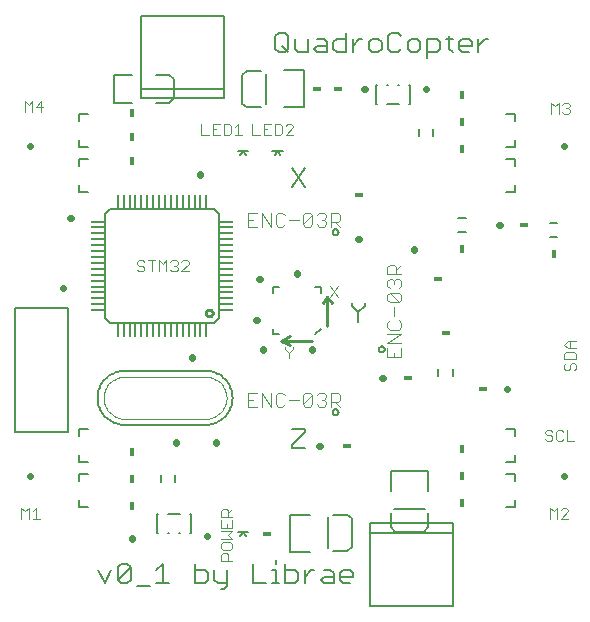
<source format=gto>
G75*
G70*
%OFA0B0*%
%FSLAX24Y24*%
%IPPOS*%
%LPD*%
%AMOC8*
5,1,8,0,0,1.08239X$1,22.5*
%
%ADD10C,0.0060*%
%ADD11C,0.0030*%
%ADD12C,0.0100*%
%ADD13C,0.0080*%
%ADD14R,0.0472X0.0079*%
%ADD15R,0.0079X0.0472*%
%ADD16C,0.0050*%
%ADD17C,0.0040*%
%ADD18C,0.0220*%
%ADD19R,0.0180X0.0300*%
%ADD20R,0.0300X0.0180*%
%ADD21C,0.0070*%
%ADD22C,0.0020*%
D10*
X005210Y002788D02*
X004997Y003215D01*
X005424Y003215D02*
X005210Y002788D01*
X005641Y002895D02*
X005748Y002788D01*
X005961Y002788D01*
X006068Y002895D01*
X006068Y003322D01*
X005641Y002895D01*
X005641Y003322D01*
X005748Y003429D01*
X005961Y003429D01*
X006068Y003322D01*
X006286Y002682D02*
X006713Y002682D01*
X006930Y002788D02*
X007357Y002788D01*
X007144Y002788D02*
X007144Y003429D01*
X006930Y003215D01*
X008219Y003215D02*
X008539Y003215D01*
X008646Y003109D01*
X008646Y002895D01*
X008539Y002788D01*
X008219Y002788D01*
X008219Y003429D01*
X008864Y003215D02*
X008864Y002895D01*
X008970Y002788D01*
X009291Y002788D01*
X009291Y002682D02*
X009184Y002575D01*
X009077Y002575D01*
X009291Y002682D02*
X009291Y003215D01*
X010153Y003429D02*
X010153Y002788D01*
X010580Y002788D01*
X010797Y002788D02*
X011011Y002788D01*
X010904Y002788D02*
X010904Y003215D01*
X010797Y003215D01*
X010904Y003429D02*
X010904Y003536D01*
X011227Y003429D02*
X011227Y002788D01*
X011547Y002788D01*
X011654Y002895D01*
X011654Y003109D01*
X011547Y003215D01*
X011227Y003215D01*
X011871Y003215D02*
X011871Y002788D01*
X011871Y003002D02*
X012085Y003215D01*
X012192Y003215D01*
X012515Y003215D02*
X012729Y003215D01*
X012836Y003109D01*
X012836Y002788D01*
X012515Y002788D01*
X012409Y002895D01*
X012515Y003002D01*
X012836Y003002D01*
X013053Y003002D02*
X013480Y003002D01*
X013480Y003109D01*
X013373Y003215D01*
X013160Y003215D01*
X013053Y003109D01*
X013053Y002895D01*
X013160Y002788D01*
X013373Y002788D01*
X011874Y007288D02*
X011447Y007288D01*
X011447Y007395D01*
X011874Y007822D01*
X011874Y007929D01*
X011447Y007929D01*
X008567Y008058D02*
X005867Y008058D01*
X005808Y008060D01*
X005750Y008066D01*
X005691Y008075D01*
X005634Y008089D01*
X005578Y008106D01*
X005523Y008127D01*
X005469Y008151D01*
X005417Y008179D01*
X005367Y008210D01*
X005319Y008244D01*
X005274Y008281D01*
X005231Y008322D01*
X005190Y008365D01*
X005153Y008410D01*
X005119Y008458D01*
X005088Y008508D01*
X005060Y008560D01*
X005036Y008614D01*
X005015Y008669D01*
X004998Y008725D01*
X004984Y008782D01*
X004975Y008841D01*
X004969Y008899D01*
X004967Y008958D01*
X004969Y009017D01*
X004975Y009075D01*
X004984Y009134D01*
X004998Y009191D01*
X005015Y009247D01*
X005036Y009302D01*
X005060Y009356D01*
X005088Y009408D01*
X005119Y009458D01*
X005153Y009506D01*
X005190Y009551D01*
X005231Y009594D01*
X005274Y009635D01*
X005319Y009672D01*
X005367Y009706D01*
X005417Y009737D01*
X005469Y009765D01*
X005523Y009789D01*
X005578Y009810D01*
X005634Y009827D01*
X005691Y009841D01*
X005750Y009850D01*
X005808Y009856D01*
X005867Y009858D01*
X008567Y009858D01*
X008626Y009856D01*
X008684Y009850D01*
X008743Y009841D01*
X008800Y009827D01*
X008856Y009810D01*
X008911Y009789D01*
X008965Y009765D01*
X009017Y009737D01*
X009067Y009706D01*
X009115Y009672D01*
X009160Y009635D01*
X009203Y009594D01*
X009244Y009551D01*
X009281Y009506D01*
X009315Y009458D01*
X009346Y009408D01*
X009374Y009356D01*
X009398Y009302D01*
X009419Y009247D01*
X009436Y009191D01*
X009450Y009134D01*
X009459Y009075D01*
X009465Y009017D01*
X009467Y008958D01*
X009465Y008899D01*
X009459Y008841D01*
X009450Y008782D01*
X009436Y008725D01*
X009419Y008669D01*
X009398Y008614D01*
X009374Y008560D01*
X009346Y008508D01*
X009315Y008458D01*
X009281Y008410D01*
X009244Y008365D01*
X009203Y008322D01*
X009160Y008281D01*
X009115Y008244D01*
X009067Y008210D01*
X009017Y008179D01*
X008965Y008151D01*
X008911Y008127D01*
X008856Y008106D01*
X008800Y008089D01*
X008743Y008075D01*
X008684Y008066D01*
X008626Y008060D01*
X008567Y008058D01*
X007553Y006377D02*
X007553Y006140D01*
X007080Y006140D02*
X007080Y006377D01*
X013447Y012022D02*
X013660Y011809D01*
X013660Y011488D01*
X013660Y011809D02*
X013874Y012022D01*
X013874Y012129D01*
X013447Y012129D02*
X013447Y012022D01*
X016330Y009927D02*
X016330Y009690D01*
X016803Y009690D02*
X016803Y009927D01*
X020048Y014322D02*
X020285Y014322D01*
X020285Y014795D02*
X020048Y014795D01*
X017235Y014945D02*
X016998Y014945D01*
X016998Y014472D02*
X017235Y014472D01*
X016153Y017690D02*
X016153Y017927D01*
X015680Y017927D02*
X015680Y017690D01*
X015945Y020275D02*
X015945Y020915D01*
X016266Y020915D01*
X016372Y020809D01*
X016372Y020595D01*
X016266Y020488D01*
X015945Y020488D01*
X015728Y020595D02*
X015728Y020809D01*
X015621Y020915D01*
X015408Y020915D01*
X015301Y020809D01*
X015301Y020595D01*
X015408Y020488D01*
X015621Y020488D01*
X015728Y020595D01*
X015083Y020595D02*
X014976Y020488D01*
X014763Y020488D01*
X014656Y020595D01*
X014656Y021022D01*
X014763Y021129D01*
X014976Y021129D01*
X015083Y021022D01*
X014439Y020809D02*
X014439Y020595D01*
X014332Y020488D01*
X014118Y020488D01*
X014012Y020595D01*
X014012Y020809D01*
X014118Y020915D01*
X014332Y020915D01*
X014439Y020809D01*
X013795Y020915D02*
X013688Y020915D01*
X013475Y020702D01*
X013475Y020915D02*
X013475Y020488D01*
X013257Y020488D02*
X012937Y020488D01*
X012830Y020595D01*
X012830Y020809D01*
X012937Y020915D01*
X013257Y020915D01*
X013257Y021129D02*
X013257Y020488D01*
X012613Y020488D02*
X012292Y020488D01*
X012186Y020595D01*
X012292Y020702D01*
X012613Y020702D01*
X012613Y020809D02*
X012613Y020488D01*
X012613Y020809D02*
X012506Y020915D01*
X012292Y020915D01*
X011968Y020915D02*
X011968Y020488D01*
X011648Y020488D01*
X011541Y020595D01*
X011541Y020915D01*
X011324Y021022D02*
X011217Y021129D01*
X011003Y021129D01*
X010897Y021022D01*
X010897Y020595D01*
X011003Y020488D01*
X011217Y020488D01*
X011324Y020595D01*
X011324Y021022D01*
X011110Y020702D02*
X011324Y020488D01*
X011447Y016629D02*
X011874Y015988D01*
X011447Y015988D02*
X011874Y016629D01*
X016590Y020915D02*
X016803Y020915D01*
X016697Y021022D02*
X016697Y020595D01*
X016803Y020488D01*
X017020Y020595D02*
X017020Y020809D01*
X017126Y020915D01*
X017340Y020915D01*
X017447Y020809D01*
X017447Y020702D01*
X017020Y020702D01*
X017020Y020595D02*
X017126Y020488D01*
X017340Y020488D01*
X017664Y020488D02*
X017664Y020915D01*
X017664Y020702D02*
X017878Y020915D01*
X017984Y020915D01*
D11*
X002432Y005294D02*
X002432Y004923D01*
X002678Y004923D02*
X002678Y005294D01*
X002555Y005170D01*
X002432Y005294D01*
X002800Y005170D02*
X002923Y005294D01*
X002923Y004923D01*
X002800Y004923D02*
X003047Y004923D01*
X009081Y004875D02*
X009081Y004628D01*
X009452Y004628D01*
X009452Y004875D01*
X009452Y004997D02*
X009081Y004997D01*
X009081Y005182D01*
X009143Y005244D01*
X009266Y005244D01*
X009328Y005182D01*
X009328Y004997D01*
X009328Y005120D02*
X009452Y005244D01*
X009266Y004752D02*
X009266Y004628D01*
X009452Y004507D02*
X009081Y004507D01*
X009328Y004383D02*
X009452Y004507D01*
X009328Y004383D02*
X009452Y004260D01*
X009081Y004260D01*
X009143Y004139D02*
X009081Y004077D01*
X009081Y003953D01*
X009143Y003892D01*
X009390Y003892D01*
X009452Y003953D01*
X009452Y004077D01*
X009390Y004139D01*
X009143Y004139D01*
X009143Y003770D02*
X009266Y003770D01*
X009328Y003709D01*
X009328Y003523D01*
X009452Y003523D02*
X009081Y003523D01*
X009081Y003709D01*
X009143Y003770D01*
X011355Y010273D02*
X011355Y010459D01*
X011478Y010582D01*
X011478Y010644D01*
X011355Y010459D02*
X011232Y010582D01*
X011232Y010644D01*
X012732Y012323D02*
X012978Y012694D01*
X012732Y012694D02*
X012978Y012323D01*
X008002Y013173D02*
X007755Y013173D01*
X008002Y013420D01*
X008002Y013482D01*
X007940Y013544D01*
X007816Y013544D01*
X007755Y013482D01*
X007633Y013482D02*
X007572Y013544D01*
X007448Y013544D01*
X007386Y013482D01*
X007265Y013544D02*
X007265Y013173D01*
X007386Y013235D02*
X007448Y013173D01*
X007572Y013173D01*
X007633Y013235D01*
X007633Y013297D01*
X007572Y013359D01*
X007510Y013359D01*
X007572Y013359D02*
X007633Y013420D01*
X007633Y013482D01*
X007265Y013544D02*
X007142Y013420D01*
X007018Y013544D01*
X007018Y013173D01*
X006773Y013173D02*
X006773Y013544D01*
X006650Y013544D02*
X006897Y013544D01*
X006528Y013482D02*
X006467Y013544D01*
X006343Y013544D01*
X006282Y013482D01*
X006282Y013420D01*
X006343Y013359D01*
X006467Y013359D01*
X006528Y013297D01*
X006528Y013235D01*
X006467Y013173D01*
X006343Y013173D01*
X006282Y013235D01*
X008432Y017723D02*
X008678Y017723D01*
X008800Y017723D02*
X009047Y017723D01*
X009168Y017723D02*
X009353Y017723D01*
X009415Y017785D01*
X009415Y018032D01*
X009353Y018094D01*
X009168Y018094D01*
X009168Y017723D01*
X008923Y017909D02*
X008800Y017909D01*
X008800Y018094D02*
X008800Y017723D01*
X008432Y017723D02*
X008432Y018094D01*
X008800Y018094D02*
X009047Y018094D01*
X009536Y017970D02*
X009660Y018094D01*
X009660Y017723D01*
X009783Y017723D02*
X009536Y017723D01*
X010132Y017723D02*
X010378Y017723D01*
X010500Y017723D02*
X010747Y017723D01*
X010868Y017723D02*
X011053Y017723D01*
X011115Y017785D01*
X011115Y018032D01*
X011053Y018094D01*
X010868Y018094D01*
X010868Y017723D01*
X010623Y017909D02*
X010500Y017909D01*
X010500Y018094D02*
X010500Y017723D01*
X010132Y017723D02*
X010132Y018094D01*
X010500Y018094D02*
X010747Y018094D01*
X011236Y018032D02*
X011298Y018094D01*
X011422Y018094D01*
X011483Y018032D01*
X011483Y017970D01*
X011236Y017723D01*
X011483Y017723D01*
X003160Y018659D02*
X002913Y018659D01*
X003098Y018844D01*
X003098Y018473D01*
X002792Y018473D02*
X002792Y018844D01*
X002668Y018720D01*
X002545Y018844D01*
X002545Y018473D01*
X019882Y007832D02*
X019882Y007770D01*
X019943Y007709D01*
X020067Y007709D01*
X020128Y007647D01*
X020128Y007585D01*
X020067Y007523D01*
X019943Y007523D01*
X019882Y007585D01*
X019882Y007832D02*
X019943Y007894D01*
X020067Y007894D01*
X020128Y007832D01*
X020250Y007832D02*
X020250Y007585D01*
X020312Y007523D01*
X020435Y007523D01*
X020497Y007585D01*
X020618Y007523D02*
X020865Y007523D01*
X020618Y007523D02*
X020618Y007894D01*
X020497Y007832D02*
X020435Y007894D01*
X020312Y007894D01*
X020250Y007832D01*
X020593Y009873D02*
X020531Y009935D01*
X020531Y010059D01*
X020593Y010120D01*
X020531Y010242D02*
X020531Y010427D01*
X020593Y010489D01*
X020840Y010489D01*
X020902Y010427D01*
X020902Y010242D01*
X020531Y010242D01*
X020716Y010059D02*
X020778Y010120D01*
X020840Y010120D01*
X020902Y010059D01*
X020902Y009935D01*
X020840Y009873D01*
X020716Y009935D02*
X020716Y010059D01*
X020716Y009935D02*
X020655Y009873D01*
X020593Y009873D01*
X020655Y010610D02*
X020531Y010733D01*
X020655Y010857D01*
X020902Y010857D01*
X020716Y010857D02*
X020716Y010610D01*
X020655Y010610D02*
X020902Y010610D01*
X020598Y005294D02*
X020475Y005294D01*
X020413Y005232D01*
X020292Y005294D02*
X020168Y005170D01*
X020045Y005294D01*
X020045Y004923D01*
X020292Y004923D02*
X020292Y005294D01*
X020598Y005294D02*
X020660Y005232D01*
X020660Y005170D01*
X020413Y004923D01*
X020660Y004923D01*
X020648Y018423D02*
X020525Y018423D01*
X020463Y018485D01*
X020342Y018423D02*
X020342Y018794D01*
X020218Y018670D01*
X020095Y018794D01*
X020095Y018423D01*
X020463Y018732D02*
X020525Y018794D01*
X020648Y018794D01*
X020710Y018732D01*
X020710Y018670D01*
X020648Y018609D01*
X020710Y018547D01*
X020710Y018485D01*
X020648Y018423D01*
X020648Y018609D02*
X020587Y018609D01*
D12*
X012617Y012308D02*
X012767Y012108D01*
X012617Y012308D02*
X012467Y012108D01*
X012617Y012308D02*
X012617Y011358D01*
X012117Y010858D02*
X011067Y010858D01*
X011367Y010708D01*
X011367Y011008D02*
X011067Y010858D01*
X008580Y011784D02*
X008582Y011804D01*
X008587Y011824D01*
X008597Y011842D01*
X008609Y011859D01*
X008624Y011873D01*
X008642Y011883D01*
X008661Y011891D01*
X008681Y011895D01*
X008701Y011895D01*
X008721Y011891D01*
X008740Y011883D01*
X008758Y011873D01*
X008773Y011859D01*
X008785Y011842D01*
X008795Y011824D01*
X008800Y011804D01*
X008802Y011784D01*
X008800Y011764D01*
X008795Y011744D01*
X008785Y011726D01*
X008773Y011709D01*
X008758Y011695D01*
X008740Y011685D01*
X008721Y011677D01*
X008701Y011673D01*
X008681Y011673D01*
X008661Y011677D01*
X008642Y011685D01*
X008624Y011695D01*
X008609Y011709D01*
X008597Y011726D01*
X008587Y011744D01*
X008582Y011764D01*
X008580Y011784D01*
D13*
X008849Y011469D02*
X005384Y011469D01*
X005227Y011626D01*
X005227Y015091D01*
X005384Y015248D01*
X008849Y015248D01*
X009006Y015091D01*
X009006Y011626D01*
X008849Y011469D01*
X010829Y011268D02*
X010829Y011071D01*
X011026Y011071D01*
X012207Y011071D02*
X012404Y011268D01*
X012404Y012449D02*
X012404Y012646D01*
X012207Y012646D01*
X011026Y012646D02*
X010829Y012646D01*
X010829Y012449D01*
X010881Y017053D02*
X010957Y017169D01*
X010967Y017175D02*
X011059Y017053D01*
X011148Y017175D02*
X010967Y017175D01*
X010785Y017175D01*
X009998Y017175D02*
X009817Y017175D01*
X009909Y017053D01*
X009817Y017175D02*
X009635Y017175D01*
X009731Y017053D02*
X009807Y017169D01*
X009950Y018648D02*
X010423Y018648D01*
X009950Y018648D01*
X009793Y018766D01*
X009793Y019731D01*
X009950Y019869D01*
X010423Y019869D01*
X010577Y019765D02*
X010577Y018742D01*
X011171Y018648D02*
X011840Y018648D01*
X011840Y019888D01*
X011171Y019888D01*
X009183Y019256D02*
X009183Y018941D01*
X006428Y018941D01*
X006428Y019256D01*
X009183Y019256D01*
X009183Y021697D01*
X006428Y021697D01*
X006428Y019256D01*
X006123Y018786D02*
X005532Y018786D01*
X005532Y019731D01*
X006123Y019731D01*
X006910Y019731D02*
X007343Y019731D01*
X007501Y019573D01*
X007501Y018943D01*
X007343Y018786D01*
X006910Y018786D01*
X004656Y018410D02*
X004341Y018410D01*
X004341Y018173D01*
X004341Y017543D02*
X004341Y017307D01*
X004656Y017307D01*
X004656Y016910D02*
X004341Y016910D01*
X004341Y016673D01*
X004341Y016043D02*
X004341Y015807D01*
X004656Y015807D01*
X003996Y011951D02*
X002224Y011951D01*
X002224Y007817D01*
X003996Y007817D01*
X003996Y011951D01*
X004341Y007910D02*
X004656Y007910D01*
X004341Y007910D02*
X004341Y007673D01*
X004341Y007043D02*
X004341Y006807D01*
X004656Y006807D01*
X004656Y006410D02*
X004341Y006410D01*
X004341Y006173D01*
X004341Y005543D02*
X004341Y005307D01*
X004656Y005307D01*
X009635Y004475D02*
X009817Y004475D01*
X009909Y004353D01*
X009998Y004475D02*
X009817Y004475D01*
X009807Y004469D02*
X009731Y004353D01*
X011393Y003829D02*
X011393Y005069D01*
X012062Y005069D01*
X012656Y004975D02*
X012656Y003952D01*
X012810Y003848D02*
X013283Y003848D01*
X013440Y003986D01*
X013440Y004951D01*
X013283Y005069D01*
X012810Y005069D01*
X013283Y005069D01*
X014050Y004776D02*
X014050Y004461D01*
X016806Y004461D01*
X016806Y002020D01*
X014050Y002020D01*
X014050Y004461D01*
X014050Y004776D02*
X016806Y004776D01*
X016806Y004461D01*
X015977Y004642D02*
X015859Y004485D01*
X014894Y004485D01*
X014756Y004642D01*
X014756Y005115D01*
X014860Y005269D02*
X015883Y005269D01*
X015977Y005115D02*
X015977Y004642D01*
X015977Y005115D01*
X015977Y005863D02*
X015977Y006532D01*
X014737Y006532D01*
X014737Y005863D01*
X012062Y003829D02*
X011393Y003829D01*
X018577Y005307D02*
X018892Y005307D01*
X018892Y005543D01*
X018892Y006173D02*
X018892Y006410D01*
X018577Y006410D01*
X018577Y006807D02*
X018892Y006807D01*
X018892Y007043D01*
X018892Y007673D02*
X018892Y007910D01*
X018577Y007910D01*
X018577Y015807D02*
X018892Y015807D01*
X018892Y016043D01*
X018892Y016673D02*
X018892Y016910D01*
X018577Y016910D01*
X018577Y017307D02*
X018892Y017307D01*
X018892Y017543D01*
X018892Y018173D02*
X018892Y018410D01*
X018577Y018410D01*
D14*
X009243Y014835D03*
X009243Y014638D03*
X009243Y014441D03*
X009243Y014244D03*
X009243Y014047D03*
X009243Y013851D03*
X009243Y013654D03*
X009243Y013457D03*
X009243Y013260D03*
X009243Y013063D03*
X009243Y012866D03*
X009243Y012669D03*
X009243Y012473D03*
X009243Y012276D03*
X009243Y012079D03*
X009243Y011882D03*
X004991Y011882D03*
X004991Y012079D03*
X004991Y012276D03*
X004991Y012473D03*
X004991Y012669D03*
X004991Y012866D03*
X004991Y013063D03*
X004991Y013260D03*
X004991Y013457D03*
X004991Y013654D03*
X004991Y013851D03*
X004991Y014047D03*
X004991Y014244D03*
X004991Y014441D03*
X004991Y014638D03*
X004991Y014835D03*
D15*
X005640Y015484D03*
X005837Y015484D03*
X006034Y015484D03*
X006231Y015484D03*
X006428Y015484D03*
X006624Y015484D03*
X006821Y015484D03*
X007018Y015484D03*
X007215Y015484D03*
X007412Y015484D03*
X007609Y015484D03*
X007806Y015484D03*
X008002Y015484D03*
X008199Y015484D03*
X008396Y015484D03*
X008593Y015484D03*
X008593Y011232D03*
X008396Y011232D03*
X008199Y011232D03*
X008002Y011232D03*
X007806Y011232D03*
X007609Y011232D03*
X007412Y011232D03*
X007215Y011232D03*
X007018Y011232D03*
X006821Y011232D03*
X006624Y011232D03*
X006428Y011232D03*
X006231Y011232D03*
X006034Y011232D03*
X005837Y011232D03*
X005640Y011232D03*
D16*
X012799Y008479D02*
X012801Y008499D01*
X012807Y008517D01*
X012816Y008535D01*
X012828Y008550D01*
X012843Y008562D01*
X012861Y008571D01*
X012879Y008577D01*
X012899Y008579D01*
X012919Y008577D01*
X012937Y008571D01*
X012955Y008562D01*
X012970Y008550D01*
X012982Y008535D01*
X012991Y008517D01*
X012997Y008499D01*
X012999Y008479D01*
X012997Y008459D01*
X012991Y008441D01*
X012982Y008423D01*
X012970Y008408D01*
X012955Y008396D01*
X012937Y008387D01*
X012919Y008381D01*
X012899Y008379D01*
X012879Y008381D01*
X012861Y008387D01*
X012843Y008396D01*
X012828Y008408D01*
X012816Y008423D01*
X012807Y008441D01*
X012801Y008459D01*
X012799Y008479D01*
X014337Y010576D02*
X014339Y010596D01*
X014345Y010614D01*
X014354Y010632D01*
X014366Y010647D01*
X014381Y010659D01*
X014399Y010668D01*
X014417Y010674D01*
X014437Y010676D01*
X014457Y010674D01*
X014475Y010668D01*
X014493Y010659D01*
X014508Y010647D01*
X014520Y010632D01*
X014529Y010614D01*
X014535Y010596D01*
X014537Y010576D01*
X014535Y010556D01*
X014529Y010538D01*
X014520Y010520D01*
X014508Y010505D01*
X014493Y010493D01*
X014475Y010484D01*
X014457Y010478D01*
X014437Y010476D01*
X014417Y010478D01*
X014399Y010484D01*
X014381Y010493D01*
X014366Y010505D01*
X014354Y010520D01*
X014345Y010538D01*
X014339Y010556D01*
X014337Y010576D01*
X012799Y014479D02*
X012801Y014499D01*
X012807Y014517D01*
X012816Y014535D01*
X012828Y014550D01*
X012843Y014562D01*
X012861Y014571D01*
X012879Y014577D01*
X012899Y014579D01*
X012919Y014577D01*
X012937Y014571D01*
X012955Y014562D01*
X012970Y014550D01*
X012982Y014535D01*
X012991Y014517D01*
X012997Y014499D01*
X012999Y014479D01*
X012997Y014459D01*
X012991Y014441D01*
X012982Y014423D01*
X012970Y014408D01*
X012955Y014396D01*
X012937Y014387D01*
X012919Y014381D01*
X012899Y014379D01*
X012879Y014381D01*
X012861Y014387D01*
X012843Y014396D01*
X012828Y014408D01*
X012816Y014423D01*
X012807Y014441D01*
X012801Y014459D01*
X012799Y014479D01*
D17*
X012741Y014665D02*
X012741Y015125D01*
X012971Y015125D01*
X013048Y015049D01*
X013048Y014895D01*
X012971Y014818D01*
X012741Y014818D01*
X012588Y014818D02*
X012588Y014742D01*
X012511Y014665D01*
X012358Y014665D01*
X012281Y014742D01*
X012127Y014742D02*
X012051Y014665D01*
X011897Y014665D01*
X011821Y014742D01*
X012127Y015049D01*
X012127Y014742D01*
X011821Y014742D02*
X011821Y015049D01*
X011897Y015125D01*
X012051Y015125D01*
X012127Y015049D01*
X012281Y015049D02*
X012358Y015125D01*
X012511Y015125D01*
X012588Y015049D01*
X012588Y014972D01*
X012511Y014895D01*
X012588Y014818D01*
X012511Y014895D02*
X012434Y014895D01*
X012895Y014818D02*
X013048Y014665D01*
X011667Y014895D02*
X011360Y014895D01*
X011207Y014742D02*
X011130Y014665D01*
X010977Y014665D01*
X010900Y014742D01*
X010900Y015049D01*
X010977Y015125D01*
X011130Y015125D01*
X011207Y015049D01*
X010746Y015125D02*
X010746Y014665D01*
X010440Y015125D01*
X010440Y014665D01*
X010286Y014665D02*
X009979Y014665D01*
X009979Y015125D01*
X010286Y015125D01*
X010133Y014895D02*
X009979Y014895D01*
X014623Y013305D02*
X014623Y013075D01*
X015083Y013075D01*
X014930Y013075D02*
X014930Y013305D01*
X014853Y013382D01*
X014700Y013382D01*
X014623Y013305D01*
X014930Y013229D02*
X015083Y013382D01*
X015006Y012922D02*
X014930Y012922D01*
X014853Y012845D01*
X014853Y012768D01*
X014853Y012845D02*
X014776Y012922D01*
X014700Y012922D01*
X014623Y012845D01*
X014623Y012692D01*
X014700Y012615D01*
X014700Y012461D02*
X015006Y012154D01*
X015083Y012231D01*
X015083Y012385D01*
X015006Y012461D01*
X014700Y012461D01*
X014623Y012385D01*
X014623Y012231D01*
X014700Y012154D01*
X015006Y012154D01*
X014853Y012001D02*
X014853Y011694D01*
X014700Y011541D02*
X014623Y011464D01*
X014623Y011310D01*
X014700Y011234D01*
X015006Y011234D01*
X015083Y011310D01*
X015083Y011464D01*
X015006Y011541D01*
X015083Y011080D02*
X014623Y011080D01*
X014623Y010773D02*
X015083Y011080D01*
X015083Y010773D02*
X014623Y010773D01*
X014623Y010620D02*
X014623Y010313D01*
X015083Y010313D01*
X015083Y010620D01*
X014853Y010466D02*
X014853Y010313D01*
X013048Y009049D02*
X013048Y008895D01*
X012971Y008818D01*
X012741Y008818D01*
X012741Y008665D02*
X012741Y009125D01*
X012971Y009125D01*
X013048Y009049D01*
X012895Y008818D02*
X013048Y008665D01*
X012588Y008742D02*
X012511Y008665D01*
X012358Y008665D01*
X012281Y008742D01*
X012127Y008742D02*
X012051Y008665D01*
X011897Y008665D01*
X011821Y008742D01*
X012127Y009049D01*
X012127Y008742D01*
X011821Y008742D02*
X011821Y009049D01*
X011897Y009125D01*
X012051Y009125D01*
X012127Y009049D01*
X012281Y009049D02*
X012358Y009125D01*
X012511Y009125D01*
X012588Y009049D01*
X012588Y008972D01*
X012511Y008895D01*
X012588Y008818D01*
X012588Y008742D01*
X012511Y008895D02*
X012434Y008895D01*
X011667Y008895D02*
X011360Y008895D01*
X011207Y008742D02*
X011130Y008665D01*
X010977Y008665D01*
X010900Y008742D01*
X010900Y009049D01*
X010977Y009125D01*
X011130Y009125D01*
X011207Y009049D01*
X010746Y009125D02*
X010746Y008665D01*
X010440Y009125D01*
X010440Y008665D01*
X010286Y008665D02*
X009979Y008665D01*
X009979Y009125D01*
X010286Y009125D01*
X010133Y008895D02*
X009979Y008895D01*
X015006Y012615D02*
X015083Y012692D01*
X015083Y012845D01*
X015006Y012922D01*
D18*
X015517Y013896D02*
X015517Y013920D01*
X013679Y014258D02*
X013655Y014258D01*
X011617Y013120D02*
X011617Y013096D01*
X010379Y012908D02*
X010355Y012908D01*
X010279Y011558D02*
X010255Y011558D01*
X010467Y010570D02*
X010467Y010546D01*
X012117Y010546D02*
X012117Y010570D01*
X014455Y009608D02*
X014479Y009608D01*
X012379Y007358D02*
X012355Y007358D01*
X008917Y007470D02*
X008917Y007446D01*
X007567Y007470D02*
X007567Y007446D01*
X008117Y010296D02*
X008117Y010320D01*
X003829Y012608D02*
X003805Y012608D01*
X004055Y014958D02*
X004079Y014958D01*
X002729Y017358D02*
X002705Y017358D01*
X008367Y016420D02*
X008367Y016396D01*
X013855Y019258D02*
X013879Y019258D01*
X015905Y019258D02*
X015929Y019258D01*
X018355Y014708D02*
X018379Y014708D01*
X020505Y017358D02*
X020529Y017358D01*
X018629Y009258D02*
X018605Y009258D01*
X020505Y006358D02*
X020529Y006358D01*
X008629Y004358D02*
X008605Y004358D01*
X006117Y004270D02*
X006117Y004246D01*
X002729Y006358D02*
X002705Y006358D01*
D19*
X006117Y006258D03*
X006117Y005358D03*
X006117Y007158D03*
X006117Y016858D03*
X006117Y017658D03*
X006117Y018458D03*
X017117Y018158D03*
X017117Y017258D03*
X017117Y019058D03*
X017117Y013908D03*
X020167Y013758D03*
X017117Y007258D03*
X017117Y006358D03*
X017117Y005458D03*
D20*
X017817Y009258D03*
X016567Y011108D03*
X015317Y009608D03*
X013267Y007358D03*
X010617Y004408D03*
X016317Y012908D03*
X019167Y014708D03*
X013667Y015708D03*
X012967Y019258D03*
X012267Y019258D03*
D21*
X014257Y019377D02*
X014257Y018739D01*
X014294Y018739D01*
X014611Y018739D02*
X015022Y018739D01*
X015339Y018739D02*
X015377Y018739D01*
X015377Y019377D01*
X015339Y019377D01*
X015022Y019377D02*
X014985Y019377D01*
X014648Y019377D02*
X014611Y019377D01*
X014294Y019377D02*
X014257Y019377D01*
X008077Y005077D02*
X008039Y005077D01*
X008077Y005077D02*
X008077Y004439D01*
X008039Y004439D01*
X007722Y004439D02*
X007685Y004439D01*
X007348Y004439D02*
X007311Y004439D01*
X006994Y004439D02*
X006957Y004439D01*
X006957Y005077D01*
X006994Y005077D01*
X007311Y005077D02*
X007722Y005077D01*
D22*
X008567Y008258D02*
X005867Y008258D01*
X005816Y008260D01*
X005765Y008265D01*
X005715Y008275D01*
X005665Y008288D01*
X005617Y008304D01*
X005570Y008324D01*
X005524Y008348D01*
X005481Y008374D01*
X005439Y008404D01*
X005400Y008437D01*
X005363Y008472D01*
X005329Y008510D01*
X005298Y008551D01*
X005269Y008593D01*
X005244Y008638D01*
X005223Y008684D01*
X005204Y008732D01*
X005190Y008781D01*
X005179Y008831D01*
X005171Y008881D01*
X005167Y008932D01*
X005167Y008984D01*
X005171Y009035D01*
X005179Y009085D01*
X005190Y009135D01*
X005204Y009184D01*
X005223Y009232D01*
X005244Y009278D01*
X005269Y009323D01*
X005298Y009365D01*
X005329Y009406D01*
X005363Y009444D01*
X005400Y009479D01*
X005439Y009512D01*
X005481Y009542D01*
X005524Y009568D01*
X005570Y009592D01*
X005617Y009612D01*
X005665Y009628D01*
X005715Y009641D01*
X005765Y009651D01*
X005816Y009656D01*
X005867Y009658D01*
X008567Y009658D01*
X008618Y009656D01*
X008669Y009651D01*
X008719Y009641D01*
X008769Y009628D01*
X008817Y009612D01*
X008864Y009592D01*
X008910Y009568D01*
X008953Y009542D01*
X008995Y009512D01*
X009034Y009479D01*
X009071Y009444D01*
X009105Y009406D01*
X009136Y009365D01*
X009165Y009323D01*
X009190Y009278D01*
X009211Y009232D01*
X009230Y009184D01*
X009244Y009135D01*
X009255Y009085D01*
X009263Y009035D01*
X009267Y008984D01*
X009267Y008932D01*
X009263Y008881D01*
X009255Y008831D01*
X009244Y008781D01*
X009230Y008732D01*
X009211Y008684D01*
X009190Y008638D01*
X009165Y008593D01*
X009136Y008551D01*
X009105Y008510D01*
X009071Y008472D01*
X009034Y008437D01*
X008995Y008404D01*
X008953Y008374D01*
X008910Y008348D01*
X008864Y008324D01*
X008817Y008304D01*
X008769Y008288D01*
X008719Y008275D01*
X008669Y008265D01*
X008618Y008260D01*
X008567Y008258D01*
M02*

</source>
